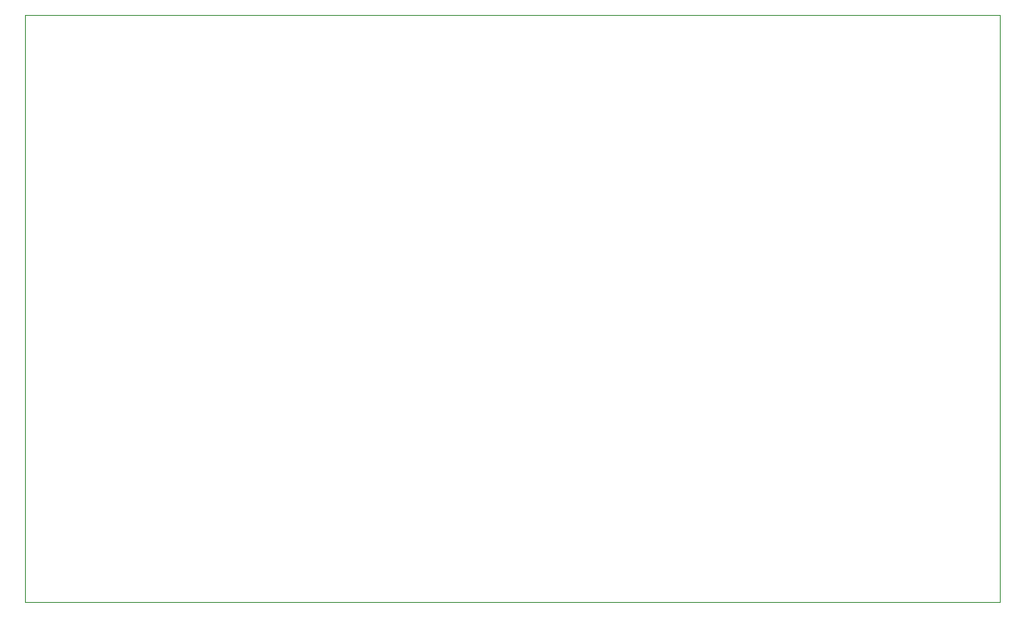
<source format=gm1>
G04 #@! TF.GenerationSoftware,KiCad,Pcbnew,(5.1.4-0)*
G04 #@! TF.CreationDate,2019-11-11T14:47:22+00:00*
G04 #@! TF.ProjectId,2M_DRA818V_Transceiver_Buttons,324d5f44-5241-4383-9138-565f5472616e,rev?*
G04 #@! TF.SameCoordinates,Original*
G04 #@! TF.FileFunction,Profile,NP*
%FSLAX46Y46*%
G04 Gerber Fmt 4.6, Leading zero omitted, Abs format (unit mm)*
G04 Created by KiCad (PCBNEW (5.1.4-0)) date 2019-11-11 14:47:22*
%MOMM*%
%LPD*%
G04 APERTURE LIST*
%ADD10C,0.050000*%
G04 APERTURE END LIST*
D10*
X55880000Y-81280000D02*
X55880000Y-140970000D01*
X154940000Y-81280000D02*
X55880000Y-81280000D01*
X154940000Y-140970000D02*
X154940000Y-81280000D01*
X55880000Y-140970000D02*
X154940000Y-140970000D01*
M02*

</source>
